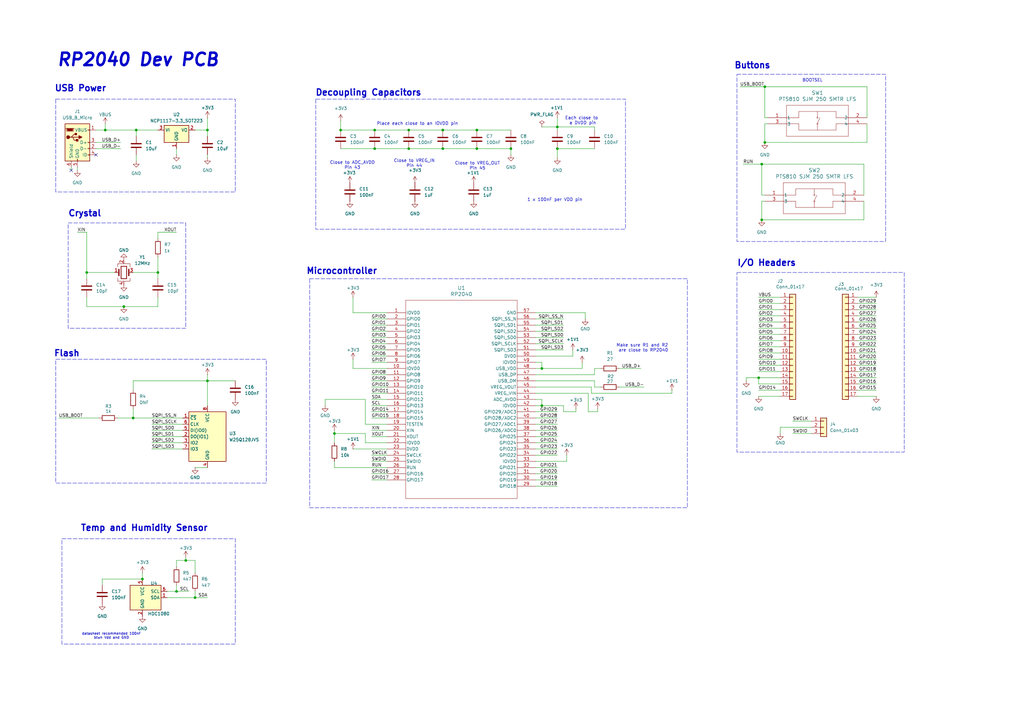
<source format=kicad_sch>
(kicad_sch (version 20231120) (generator "eeschema") (generator_version "8.0")
  (paper "A3")
  (title_block (title "RP2040_PCB_Design") (date "05/21/24"))
  (lib_symbols
    (symbol "Connector:USB_B_Micro" (pin_names (offset 1.016))
      (property "Reference" "J" (at -5.08 11.43 0))
      (property "Value" "USB_B_Micro" (at -5.08 8.89 0))
      (symbol "USB_B_Micro_1_1"
        (pin power_out line (at 7.62 5.08 180) (length 2.54) (name "VBUS") (number "1"))
        (pin bidirectional line (at 7.62 -2.54 180) (length 2.54) (name "D-") (number "2"))
        (pin bidirectional line (at 7.62 0 180) (length 2.54) (name "D+") (number "3"))
        (pin passive line (at 7.62 -5.08 180) (length 2.54) (name "ID") (number "4"))
        (pin power_out line (at 0 -10.16 90) (length 2.54) (name "GND") (number "5"))
        (pin passive line (at -2.54 -10.16 90) (length 2.54) (name "Shield") (number "6"))
      )
    )
    (symbol "Connector_Generic:Conn_01x03" (pin_names (offset 1.016) hide)
      (property "Reference" "J" (at 0 5.08 0))
      (property "Value" "Conn_01x03" (at 0 -5.08 0))
      (symbol "Conn_01x03_1_1"
        (pin passive line (at -5.08 2.54 0) (length 3.81) (name "Pin_1") (number "1"))
        (pin passive line (at -5.08 0 0) (length 3.81) (name "Pin_2") (number "2"))
        (pin passive line (at -5.08 -2.54 0) (length 3.81) (name "Pin_3") (number "3"))
      )
    )
    (symbol "Connector_Generic:Conn_01x17" (pin_names (offset 1.016) hide)
      (property "Reference" "J" (at 0 22.86 0))
      (property "Value" "Conn_01x17" (at 0 -22.86 0))
      (symbol "Conn_01x17_1_1"
        (pin passive line (at -5.08 20.32 0) (length 3.81) (name "Pin_1") (number "1"))
        (pin passive line (at -5.08 -2.54 0) (length 3.81) (name "Pin_10") (number "10"))
        (pin passive line (at -5.08 -5.08 0) (length 3.81) (name "Pin_11") (number "11"))
        (pin passive line (at -5.08 -7.62 0) (length 3.81) (name "Pin_12") (number "12"))
        (pin passive line (at -5.08 -10.16 0) (length 3.81) (name "Pin_13") (number "13"))
        (pin passive line (at -5.08 -12.7 0) (length 3.81) (name "Pin_14") (number "14"))
        (pin passive line (at -5.08 -15.24 0) (length 3.81) (name "Pin_15") (number "15"))
        (pin passive line (at -5.08 -17.78 0) (length 3.81) (name "Pin_16") (number "16"))
        (pin passive line (at -5.08 -20.32 0) (length 3.81) (name "Pin_17") (number "17"))
        (pin passive line (at -5.08 17.78 0) (length 3.81) (name "Pin_2") (number "2"))
        (pin passive line (at -5.08 15.24 0) (length 3.81) (name "Pin_3") (number "3"))
        (pin passive line (at -5.08 12.7 0) (length 3.81) (name "Pin_4") (number "4"))
        (pin passive line (at -5.08 10.16 0) (length 3.81) (name "Pin_5") (number "5"))
        (pin passive line (at -5.08 7.62 0) (length 3.81) (name "Pin_6") (number "6"))
        (pin passive line (at -5.08 5.08 0) (length 3.81) (name "Pin_7") (number "7"))
        (pin passive line (at -5.08 2.54 0) (length 3.81) (name "Pin_8") (number "8"))
        (pin passive line (at -5.08 0 0) (length 3.81) (name "Pin_9") (number "9"))
      )
    )
    (symbol "Device:C" (pin_numbers hide) (pin_names (offset 0.254))
      (property "Reference" "C" (at 0.635 2.54 0))
      (property "Value" "C" (at 0.635 -2.54 0))
      (symbol "C_1_1"
        (pin passive line (at 0 3.81 270) (length 2.794) (name "~") (number "1"))
        (pin passive line (at 0 -3.81 90) (length 2.794) (name "~") (number "2"))
      )
    )
    (symbol "Device:Crystal_GND24" (pin_names (offset 1.016) hide)
      (property "Reference" "Y" (at 3.175 5.08 0))
      (property "Value" "Crystal_GND24" (at 3.175 3.175 0))
      (symbol "Crystal_GND24_1_1"
        (pin passive line (at -3.81 0 0) (length 1.27) (name "1") (number "1"))
        (pin passive line (at 0 5.08 270) (length 1.27) (name "2") (number "2"))
        (pin passive line (at 3.81 0 180) (length 1.27) (name "3") (number "3"))
        (pin passive line (at 0 -5.08 90) (length 1.27) (name "4") (number "4"))
      )
    )
    (symbol "Device:R" (pin_numbers hide) (pin_names (offset 0))
      (property "Reference" "R" (at 2.032 0 90))
      (property "Value" "R" (at 0 0 90))
      (symbol "R_1_1"
        (pin passive line (at 0 3.81 270) (length 1.27) (name "~") (number "1"))
        (pin passive line (at 0 -3.81 90) (length 1.27) (name "~") (number "2"))
      )
    )
    (symbol "Memory_Flash:W25Q128JVS"
      (property "Reference" "U" (at -8.89 8.89 0))
      (property "Value" "W25Q128JVS" (at 7.62 8.89 0))
      (symbol "W25Q128JVS_1_1"
        (pin input line (at -10.16 7.62 0) (length 2.54) (name "~{CS}") (number "1"))
        (pin bidirectional line (at -10.16 0 0) (length 2.54) (name "DO(IO1)") (number "2"))
        (pin bidirectional line (at -10.16 -2.54 0) (length 2.54) (name "IO2") (number "3"))
        (pin power_in line (at 0 -12.7 90) (length 2.54) (name "GND") (number "4"))
        (pin bidirectional line (at -10.16 2.54 0) (length 2.54) (name "DI(IO0)") (number "5"))
        (pin input line (at -10.16 5.08 0) (length 2.54) (name "CLK") (number "6"))
        (pin bidirectional line (at -10.16 -5.08 0) (length 2.54) (name "IO3") (number "7"))
        (pin power_in line (at 0 12.7 270) (length 2.54) (name "VCC") (number "8"))
      )
    )
    (symbol "PTS810_SJM_250_SMTR_LFS_unspecified_inputs:PTS810_SJM_250_SMTR_LFS" (pin_names (offset 0.254))
      (property "Reference" "SW?" (at 20.32 10.16 0))
      (property "Value" "PTS810 SJM 250 SMTR LFS" (at 20.32 7.62 0))
      (symbol "PTS810_SJM_250_SMTR_LFS_0_1"
        (pin passive line (at 0 0 0) (length 7.62) (name "1") (number "1"))
        (pin passive line (at 40.64 0 180) (length 7.62) (name "2") (number "2"))
        (pin passive line (at 0 -2.54 0) (length 7.62) (name "3") (number "3"))
        (pin passive line (at 40.64 -2.54 180) (length 7.62) (name "4") (number "4"))
      )
    )
    (symbol "Regulator_Linear:NCP1117-3.3_SOT223"
      (property "Reference" "U" (at -3.81 3.175 0))
      (property "Value" "NCP1117-3.3_SOT223" (at 0 3.175 0))
      (symbol "NCP1117-3.3_SOT223_1_1"
        (pin power_in line (at 0 -7.62 90) (length 2.54) (name "GND") (number "1"))
        (pin power_out line (at 7.62 0 180) (length 2.54) (name "VO") (number "2"))
        (pin power_in line (at -7.62 0 0) (length 2.54) (name "VI") (number "3"))
      )
    )
    (symbol "Sensor_Humidity:HDC1080"
      (property "Reference" "U" (at -6.35 6.35 0))
      (property "Value" "HDC1080" (at 3.81 6.35 0))
      (symbol "HDC1080_1_1"
        (pin bidirectional line (at 7.62 0 180) (length 2.54) (name "SDA") (number "1"))
        (pin power_in line (at -2.54 -7.62 90) (length 2.54) (name "GND") (number "2"))
        (pin no_connect line (at -7.62 0 0) (length 2.54) hide (name "NC") (number "3"))
        (pin no_connect line (at -7.62 -2.54 0) (length 2.54) hide (name "NC") (number "4"))
        (pin power_in line (at -2.54 7.62 270) (length 2.54) (name "VCC") (number "5"))
        (pin input line (at 7.62 2.54 180) (length 2.54) (name "SCL") (number "6"))
        (pin no_connect line (at -7.62 2.54 0) (length 2.54) hide (name "DAP") (number "7"))
      )
    )
    (symbol "power:+1V1" (power) (pin_numbers hide) (pin_names (offset 0) hide)
      (property "Value" "+1V1" (at 0 3.556 0))
      (symbol "+1V1_1_1"
        (pin power_in line (at 0 0 90) (length 0) (name "~") (number "1"))
      )
    )
    (symbol "power:+3V3" (power) (pin_numbers hide) (pin_names (offset 0) hide)
      (property "Value" "+3V3" (at 0 3.556 0))
      (symbol "+3V3_1_1"
        (pin power_in line (at 0 0 90) (length 0) (name "~") (number "1"))
      )
    )
    (symbol "power:GND" (power) (pin_numbers hide) (pin_names (offset 0) hide)
      (property "Value" "GND" (at 0 -3.81 0))
      (symbol "GND_1_1"
        (pin power_in line (at 0 0 270) (length 0) (name "~") (number "1"))
      )
    )
    (symbol "power:PWR_FLAG" (power) (pin_numbers hide) (pin_names (offset 0) hide)
      (property "Value" "PWR_FLAG" (at 0 3.81 0))
      (symbol "PWR_FLAG_0_0"
        (pin power_out line (at 0 0 90) (length 0) (name "~") (number "1"))
      )
    )
    (symbol "power:VBUS" (power) (pin_numbers hide) (pin_names (offset 0) hide)
      (property "Value" "VBUS" (at 0 3.556 0))
      (symbol "VBUS_1_1"
        (pin power_in line (at 0 0 90) (length 0) (name "~") (number "1"))
      )
    )
    (symbol "rp2040:SC091413" (pin_names (offset 0.254))
      (property "Reference" "U1" (at 30.48 10.16 0))
      (property "Value" "RP2040" (at 30.48 7.62 0))
      (symbol "SC091413_0_1"
        (pin power_in line (at 0 0 0) (length 7.62) (name "IOVDD") (number "1"))
        (pin passive line (at 0 -22.86 0) (length 7.62) (name "IOVDD") (number "10"))
        (pin bidirectional line (at 0 -25.4 0) (length 7.62) (name "GPIO8") (number "11"))
        (pin bidirectional line (at 0 -27.94 0) (length 7.62) (name "GPIO9") (number "12"))
        (pin bidirectional line (at 0 -30.48 0) (length 7.62) (name "GPIO10") (number "13"))
        (pin bidirectional line (at 0 -33.02 0) (length 7.62) (name "GPIO11") (number "14"))
        (pin bidirectional line (at 0 -35.56 0) (length 7.62) (name "GPIO12") (number "15"))
        (pin bidirectional line (at 0 -38.1 0) (length 7.62) (name "GPIO13") (number "16"))
        (pin bidirectional line (at 0 -40.64 0) (length 7.62) (name "GPIO14") (number "17"))
        (pin bidirectional line (at 0 -43.18 0) (length 7.62) (name "GPIO15") (number "18"))
        (pin input line (at 0 -45.72 0) (length 7.62) (name "TESTEN") (number "19"))
        (pin bidirectional line (at 0 -2.54 0) (length 7.62) (name "GPIO0") (number "2"))
        (pin input line (at 0 -48.26 0) (length 7.62) (name "XIN") (number "20"))
        (pin passive line (at 0 -50.8 0) (length 7.62) (name "XOUT") (number "21"))
        (pin passive line (at 0 -53.34 0) (length 7.62) (name "IOVDD") (number "22"))
        (pin power_in line (at 0 -55.88 0) (length 7.62) (name "DVDD") (number "23"))
        (pin input line (at 0 -58.42 0) (length 7.62) (name "SWCLK") (number "24"))
        (pin bidirectional line (at 0 -60.96 0) (length 7.62) (name "SWDIO") (number "25"))
        (pin input line (at 0 -63.5 0) (length 7.62) (name "RUN") (number "26"))
        (pin bidirectional line (at 0 -66.04 0) (length 7.62) (name "GPIO16") (number "27"))
        (pin bidirectional line (at 0 -68.58 0) (length 7.62) (name "GPIO17") (number "28"))
        (pin bidirectional line (at 60.96 -71.12 180) (length 7.62) (name "GPIO18") (number "29"))
        (pin bidirectional line (at 0 -5.08 0) (length 7.62) (name "GPIO1") (number "3"))
        (pin bidirectional line (at 60.96 -68.58 180) (length 7.62) (name "GPIO19") (number "30"))
        (pin bidirectional line (at 60.96 -66.04 180) (length 7.62) (name "GPIO20") (number "31"))
        (pin bidirectional line (at 60.96 -63.5 180) (length 7.62) (name "GPIO21") (number "32"))
        (pin passive line (at 60.96 -60.96 180) (length 7.62) (name "IOVDD") (number "33"))
        (pin bidirectional line (at 60.96 -58.42 180) (length 7.62) (name "GPIO22") (number "34"))
        (pin bidirectional line (at 60.96 -55.88 180) (length 7.62) (name "GPIO23") (number "35"))
        (pin bidirectional line (at 60.96 -53.34 180) (length 7.62) (name "GPIO24") (number "36"))
        (pin bidirectional line (at 60.96 -50.8 180) (length 7.62) (name "GPIO25") (number "37"))
        (pin bidirectional line (at 60.96 -48.26 180) (length 7.62) (name "GPIO26/ADC0") (number "38"))
        (pin bidirectional line (at 60.96 -45.72 180) (length 7.62) (name "GPIO27/ADC1") (number "39"))
        (pin bidirectional line (at 0 -7.62 0) (length 7.62) (name "GPIO2") (number "4"))
        (pin bidirectional line (at 60.96 -43.18 180) (length 7.62) (name "GPIO28/ADC2") (number "40"))
        (pin bidirectional line (at 60.96 -40.64 180) (length 7.62) (name "GPIO29/ADC3") (number "41"))
        (pin passive line (at 60.96 -38.1 180) (length 7.62) (name "IOVDD") (number "42"))
        (pin power_in line (at 60.96 -35.56 180) (length 7.62) (name "ADC_AVDD") (number "43"))
        (pin power_in line (at 60.96 -33.02 180) (length 7.62) (name "VREG_VIN") (number "44"))
        (pin power_in line (at 60.96 -30.48 180) (length 7.62) (name "VREG_VOUT") (number "45"))
        (pin bidirectional line (at 60.96 -27.94 180) (length 7.62) (name "USB_DM") (number "46"))
        (pin bidirectional line (at 60.96 -25.4 180) (length 7.62) (name "USB_DP") (number "47"))
        (pin power_in line (at 60.96 -22.86 180) (length 7.62) (name "USB_VDD") (number "48"))
        (pin passive line (at 60.96 -20.32 180) (length 7.62) (name "IOVDD") (number "49"))
        (pin bidirectional line (at 0 -10.16 0) (length 7.62) (name "GPIO3") (number "5"))
        (pin passive line (at 60.96 -17.78 180) (length 7.62) (name "DVDD") (number "50"))
        (pin bidirectional line (at 60.96 -15.24 180) (length 7.62) (name "SQPI_SD3") (number "51"))
        (pin output line (at 60.96 -12.7 180) (length 7.62) (name "SQPI_SCLK") (number "52"))
        (pin bidirectional line (at 60.96 -10.16 180) (length 7.62) (name "SQPI_SD0") (number "53"))
        (pin bidirectional line (at 60.96 -7.62 180) (length 7.62) (name "SQPI_SD2") (number "54"))
        (pin bidirectional line (at 60.96 -5.08 180) (length 7.62) (name "SQPI_SD1") (number "55"))
        (pin bidirectional line (at 60.96 -2.54 180) (length 7.62) (name "SQPI_SS_N") (number "56"))
        (pin power_in line (at 60.96 0 180) (length 7.62) (name "GND") (number "57"))
        (pin bidirectional line (at 0 -12.7 0) (length 7.62) (name "GPIO4") (number "6"))
        (pin bidirectional line (at 0 -15.24 0) (length 7.62) (name "GPIO5") (number "7"))
        (pin bidirectional line (at 0 -17.78 0) (length 7.62) (name "GPIO6") (number "8"))
        (pin bidirectional line (at 0 -20.32 0) (length 7.62) (name "GPIO7") (number "9"))
      )
    )
  )
  (junction (at 72.39 242.57))
  (junction (at 153.67 53.34))
  (junction (at 35.56 111.76))
  (junction (at 54.61 171.45))
  (junction (at 181.61 60.96))
  (junction (at 311.15 154.94))
  (junction (at 312.42 90.17))
  (junction (at 313.69 58.42))
  (junction (at 209.55 60.96))
  (junction (at 195.58 60.96))
  (junction (at 222.25 151.13))
  (junction (at 167.64 53.34))
  (junction (at 64.77 111.76))
  (junction (at 55.88 53.34))
  (junction (at 58.42 237.49))
  (junction (at 195.58 53.34))
  (junction (at 167.64 60.96))
  (junction (at 137.16 177.8))
  (junction (at 80.01 245.11))
  (junction (at 228.6 60.96))
  (junction (at 222.25 166.37))
  (junction (at 313.69 35.56))
  (junction (at 43.18 53.34))
  (junction (at 85.09 156.21))
  (junction (at 153.67 60.96))
  (junction (at 312.42 67.31))
  (junction (at 181.61 53.34))
  (junction (at 139.7 53.34))
  (junction (at 85.09 53.34))
  (junction (at 76.2 229.87))
  (junction (at 50.8 125.73))
  (junction (at 228.6 52.07))
  (no_connect (at 39.37 63.5))
  (no_connect (at 29.21 69.85))
  (wire (pts (xy 64.77 105.41) (xy 64.77 111.76)))
  (wire (pts (xy 72.39 60.96) (xy 72.39 63.5)))
  (wire (pts (xy 152.4 194.31) (xy 158.75 194.31)))
  (wire (pts (xy 219.71 138.43) (xy 231.14 138.43)))
  (wire (pts (xy 76.2 228.6) (xy 76.2 229.87)))
  (wire (pts (xy 240.03 128.27) (xy 240.03 130.81)))
  (wire (pts (xy 219.71 146.05) (xy 234.95 146.05)))
  (wire (pts (xy 325.12 177.8) (xy 332.74 177.8)))
  (wire (pts (xy 351.79 162.56) (xy 359.41 162.56)))
  (wire (pts (xy 219.71 189.23) (xy 232.41 189.23)))
  (wire (pts (xy 85.09 156.21) (xy 85.09 166.37)))
  (wire (pts (xy 311.15 162.56) (xy 320.04 162.56)))
  (wire (pts (xy 144.78 184.15) (xy 158.75 184.15)))
  (wire (pts (xy 313.69 50.8) (xy 313.69 58.42)))
  (wire (pts (xy 137.16 176.53) (xy 137.16 177.8)))
  (wire (pts (xy 149.86 173.99) (xy 158.75 173.99)))
  (wire (pts (xy 76.2 229.87) (xy 72.39 229.87)))
  (wire (pts (xy 325.12 172.72) (xy 332.74 172.72)))
  (wire (pts (xy 354.33 67.31) (xy 312.42 67.31)))
  (wire (pts (xy 152.4 133.35) (xy 158.75 133.35)))
  (wire (pts (xy 54.61 167.64) (xy 54.61 171.45)))
  (wire (pts (xy 72.39 229.87) (xy 72.39 232.41)))
  (wire (pts (xy 219.71 171.45) (xy 228.6 171.45)))
  (wire (pts (xy 68.58 245.11) (xy 80.01 245.11)))
  (wire (pts (xy 355.6 48.26) (xy 355.6 35.56)))
  (wire (pts (xy 50.8 125.73) (xy 64.77 125.73)))
  (wire (pts (xy 48.26 171.45) (xy 54.61 171.45)))
  (wire (pts (xy 306.07 154.94) (xy 311.15 154.94)))
  (wire (pts (xy 85.09 64.77) (xy 85.09 63.5)))
  (wire (pts (xy 219.71 191.77) (xy 228.6 191.77)))
  (wire (pts (xy 54.61 156.21) (xy 54.61 160.02)))
  (wire (pts (xy 243.84 151.13) (xy 246.38 151.13)))
  (wire (pts (xy 351.79 154.94) (xy 359.41 154.94)))
  (wire (pts (xy 242.57 158.75) (xy 242.57 161.29)))
  (wire (pts (xy 351.79 139.7) (xy 359.41 139.7)))
  (wire (pts (xy 133.35 166.37) (xy 133.35 163.83)))
  (wire (pts (xy 219.71 181.61) (xy 228.6 181.61)))
  (wire (pts (xy 314.96 50.8) (xy 313.69 50.8)))
  (wire (pts (xy 311.15 134.62) (xy 320.04 134.62)))
  (wire (pts (xy 304.8 67.31) (xy 312.42 67.31)))
  (wire (pts (xy 31.75 69.85) (xy 31.75 68.58)))
  (wire (pts (xy 167.64 53.34) (xy 181.61 53.34)))
  (wire (pts (xy 313.69 48.26) (xy 314.96 48.26)))
  (wire (pts (xy 245.11 168.91) (xy 245.11 167.64)))
  (wire (pts (xy 231.14 166.37) (xy 231.14 168.91)))
  (wire (pts (xy 311.15 139.7) (xy 320.04 139.7)))
  (wire (pts (xy 332.74 175.26) (xy 320.04 175.26)))
  (wire (pts (xy 35.56 114.3) (xy 35.56 111.76)))
  (wire (pts (xy 254 151.13) (xy 262.89 151.13)))
  (wire (pts (xy 355.6 35.56) (xy 313.69 35.56)))
  (wire (pts (xy 243.84 158.75) (xy 243.84 156.21)))
  (wire (pts (xy 219.71 168.91) (xy 228.6 168.91)))
  (wire (pts (xy 62.23 173.99) (xy 74.93 173.99)))
  (wire (pts (xy 351.79 134.62) (xy 359.41 134.62)))
  (wire (pts (xy 351.79 129.54) (xy 359.41 129.54)))
  (wire (pts (xy 228.6 64.77) (xy 228.6 60.96)))
  (wire (pts (xy 219.71 194.31) (xy 228.6 194.31)))
  (wire (pts (xy 351.79 132.08) (xy 359.41 132.08)))
  (wire (pts (xy 35.56 111.76) (xy 35.56 95.25)))
  (wire (pts (xy 219.71 158.75) (xy 242.57 158.75)))
  (wire (pts (xy 39.37 53.34) (xy 43.18 53.34)))
  (wire (pts (xy 351.79 149.86) (xy 359.41 149.86)))
  (wire (pts (xy 64.77 95.25) (xy 72.39 95.25)))
  (wire (pts (xy 311.15 142.24) (xy 320.04 142.24)))
  (wire (pts (xy 228.6 60.96) (xy 243.84 60.96)))
  (wire (pts (xy 181.61 53.34) (xy 195.58 53.34)))
  (wire (pts (xy 181.61 60.96) (xy 195.58 60.96)))
  (wire (pts (xy 219.71 163.83) (xy 222.25 163.83)))
  (wire (pts (xy 167.64 60.96) (xy 181.61 60.96)))
  (wire (pts (xy 219.71 140.97) (xy 231.14 140.97)))
  (wire (pts (xy 58.42 234.95) (xy 58.42 237.49)))
  (wire (pts (xy 152.4 148.59) (xy 158.75 148.59)))
  (wire (pts (xy 158.75 151.13) (xy 144.78 151.13)))
  (wire (pts (xy 313.69 35.56) (xy 313.69 48.26)))
  (wire (pts (xy 72.39 242.57) (xy 77.47 242.57)))
  (wire (pts (xy 351.79 121.92) (xy 359.41 121.92)))
  (wire (pts (xy 351.79 157.48) (xy 359.41 157.48)))
  (wire (pts (xy 351.79 142.24) (xy 359.41 142.24)))
  (wire (pts (xy 320.04 175.26) (xy 320.04 177.8)))
  (wire (pts (xy 153.67 53.34) (xy 167.64 53.34)))
  (wire (pts (xy 41.91 237.49) (xy 58.42 237.49)))
  (wire (pts (xy 209.55 60.96) (xy 209.55 63.5)))
  (wire (pts (xy 311.15 137.16) (xy 320.04 137.16)))
  (wire (pts (xy 311.15 160.02) (xy 320.04 160.02)))
  (wire (pts (xy 311.15 121.92) (xy 320.04 121.92)))
  (wire (pts (xy 311.15 144.78) (xy 320.04 144.78)))
  (wire (pts (xy 306.07 154.94) (xy 306.07 156.21)))
  (wire (pts (xy 303.53 35.56) (xy 313.69 35.56)))
  (wire (pts (xy 139.7 49.53) (xy 139.7 53.34)))
  (wire (pts (xy 219.71 199.39) (xy 228.6 199.39)))
  (wire (pts (xy 311.15 154.94) (xy 311.15 157.48)))
  (wire (pts (xy 158.75 181.61) (xy 149.86 181.61)))
  (wire (pts (xy 144.78 151.13) (xy 144.78 147.32)))
  (wire (pts (xy 62.23 184.15) (xy 74.93 184.15)))
  (wire (pts (xy 152.4 196.85) (xy 158.75 196.85)))
  (wire (pts (xy 231.14 130.81) (xy 219.71 130.81)))
  (wire (pts (xy 219.71 133.35) (xy 231.14 133.35)))
  (wire (pts (xy 313.69 82.55) (xy 312.42 82.55)))
  (wire (pts (xy 152.4 179.07) (xy 158.75 179.07)))
  (wire (pts (xy 80.01 229.87) (xy 80.01 234.95)))
  (wire (pts (xy 54.61 171.45) (xy 74.93 171.45)))
  (wire (pts (xy 43.18 53.34) (xy 43.18 50.8)))
  (wire (pts (xy 152.4 189.23) (xy 158.75 189.23)))
  (wire (pts (xy 41.91 240.03) (xy 41.91 237.49)))
  (wire (pts (xy 228.6 52.07) (xy 243.84 52.07)))
  (wire (pts (xy 31.75 95.25) (xy 35.56 95.25)))
  (wire (pts (xy 43.18 53.34) (xy 55.88 53.34)))
  (wire (pts (xy 351.79 124.46) (xy 359.41 124.46)))
  (wire (pts (xy 354.33 90.17) (xy 354.33 82.55)))
  (wire (pts (xy 219.71 151.13) (xy 222.25 151.13)))
  (wire (pts (xy 144.78 128.27) (xy 144.78 121.92)))
  (wire (pts (xy 55.88 53.34) (xy 55.88 55.88)))
  (wire (pts (xy 219.71 148.59) (xy 222.25 148.59)))
  (wire (pts (xy 219.71 166.37) (xy 222.25 166.37)))
  (wire (pts (xy 312.42 82.55) (xy 312.42 90.17)))
  (wire (pts (xy 80.01 245.11) (xy 80.01 242.57)))
  (wire (pts (xy 152.4 168.91) (xy 158.75 168.91)))
  (wire (pts (xy 219.71 196.85) (xy 228.6 196.85)))
  (wire (pts (xy 351.79 152.4) (xy 359.41 152.4)))
  (wire (pts (xy 152.4 143.51) (xy 158.75 143.51)))
  (wire (pts (xy 54.61 156.21) (xy 85.09 156.21)))
  (wire (pts (xy 149.86 181.61) (xy 149.86 177.8)))
  (wire (pts (xy 139.7 53.34) (xy 153.67 53.34)))
  (wire (pts (xy 39.37 58.42) (xy 49.53 58.42)))
  (wire (pts (xy 80.01 53.34) (xy 85.09 53.34)))
  (wire (pts (xy 311.15 147.32) (xy 320.04 147.32)))
  (wire (pts (xy 152.4 135.89) (xy 158.75 135.89)))
  (wire (pts (xy 351.79 144.78) (xy 359.41 144.78)))
  (wire (pts (xy 312.42 67.31) (xy 312.42 80.01)))
  (wire (pts (xy 195.58 53.34) (xy 209.55 53.34)))
  (wire (pts (xy 153.67 60.96) (xy 167.64 60.96)))
  (wire (pts (xy 312.42 90.17) (xy 354.33 90.17)))
  (wire (pts (xy 152.4 158.75) (xy 158.75 158.75)))
  (wire (pts (xy 152.4 171.45) (xy 158.75 171.45)))
  (wire (pts (xy 234.95 146.05) (xy 234.95 143.51)))
  (wire (pts (xy 152.4 166.37) (xy 158.75 166.37)))
  (wire (pts (xy 55.88 53.34) (xy 64.77 53.34)))
  (wire (pts (xy 54.61 111.76) (xy 64.77 111.76)))
  (wire (pts (xy 243.84 52.07) (xy 243.84 53.34)))
  (wire (pts (xy 311.15 154.94) (xy 320.04 154.94)))
  (wire (pts (xy 29.21 69.85) (xy 29.21 68.58)))
  (wire (pts (xy 354.33 80.01) (xy 354.33 67.31)))
  (wire (pts (xy 152.4 140.97) (xy 158.75 140.97)))
  (wire (pts (xy 311.15 152.4) (xy 320.04 152.4)))
  (wire (pts (xy 311.15 129.54) (xy 320.04 129.54)))
  (wire (pts (xy 64.77 111.76) (xy 64.77 114.3)))
  (wire (pts (xy 152.4 161.29) (xy 158.75 161.29)))
  (wire (pts (xy 275.59 160.02) (xy 275.59 161.29)))
  (wire (pts (xy 137.16 189.23) (xy 137.16 191.77)))
  (wire (pts (xy 219.71 176.53) (xy 228.6 176.53)))
  (wire (pts (xy 55.88 66.04) (xy 55.88 63.5)))
  (wire (pts (xy 242.57 161.29) (xy 275.59 161.29)))
  (wire (pts (xy 80.01 191.77) (xy 85.09 191.77)))
  (wire (pts (xy 76.2 229.87) (xy 80.01 229.87)))
  (wire (pts (xy 152.4 130.81) (xy 158.75 130.81)))
  (wire (pts (xy 68.58 242.57) (xy 72.39 242.57)))
  (wire (pts (xy 137.16 191.77) (xy 158.75 191.77)))
  (wire (pts (xy 222.25 148.59) (xy 222.25 151.13)))
  (wire (pts (xy 311.15 149.86) (xy 320.04 149.86)))
  (wire (pts (xy 222.25 163.83) (xy 222.25 166.37)))
  (wire (pts (xy 351.79 147.32) (xy 359.41 147.32)))
  (wire (pts (xy 222.25 52.07) (xy 228.6 52.07)))
  (wire (pts (xy 228.6 52.07) (xy 228.6 53.34)))
  (wire (pts (xy 64.77 95.25) (xy 64.77 97.79)))
  (wire (pts (xy 149.86 163.83) (xy 149.86 173.99)))
  (wire (pts (xy 219.71 161.29) (xy 241.3 161.29)))
  (wire (pts (xy 232.41 189.23) (xy 232.41 186.69)))
  (wire (pts (xy 62.23 176.53) (xy 74.93 176.53)))
  (wire (pts (xy 152.4 153.67) (xy 158.75 153.67)))
  (wire (pts (xy 351.79 137.16) (xy 359.41 137.16)))
  (wire (pts (xy 219.71 184.15) (xy 228.6 184.15)))
  (wire (pts (xy 35.56 121.92) (xy 35.56 125.73)))
  (wire (pts (xy 137.16 177.8) (xy 149.86 177.8)))
  (wire (pts (xy 133.35 163.83) (xy 149.86 163.83)))
  (wire (pts (xy 85.09 53.34) (xy 85.09 55.88)))
  (wire (pts (xy 62.23 179.07) (xy 74.93 179.07)))
  (wire (pts (xy 313.69 58.42) (xy 355.6 58.42)))
  (wire (pts (xy 243.84 156.21) (xy 219.71 156.21)))
  (wire (pts (xy 243.84 153.67) (xy 219.71 153.67)))
  (wire (pts (xy 219.71 186.69) (xy 228.6 186.69)))
  (wire (pts (xy 219.71 179.07) (xy 228.6 179.07)))
  (wire (pts (xy 222.25 151.13) (xy 238.76 151.13)))
  (wire (pts (xy 24.13 171.45) (xy 40.64 171.45)))
  (wire (pts (xy 243.84 151.13) (xy 243.84 153.67)))
  (wire (pts (xy 137.16 177.8) (xy 137.16 181.61)))
  (wire (pts (xy 231.14 168.91) (xy 236.22 168.91)))
  (wire (pts (xy 351.79 160.02) (xy 359.41 160.02)))
  (wire (pts (xy 219.71 173.99) (xy 228.6 173.99)))
  (wire (pts (xy 35.56 111.76) (xy 46.99 111.76)))
  (wire (pts (xy 62.23 181.61) (xy 74.93 181.61)))
  (wire (pts (xy 152.4 163.83) (xy 158.75 163.83)))
  (wire (pts (xy 228.6 48.26) (xy 228.6 52.07)))
  (wire (pts (xy 355.6 58.42) (xy 355.6 50.8)))
  (wire (pts (xy 39.37 60.96) (xy 49.53 60.96)))
  (wire (pts (xy 243.84 158.75) (xy 246.38 158.75)))
  (wire (pts (xy 85.09 53.34) (xy 85.09 48.26)))
  (wire (pts (xy 35.56 125.73) (xy 50.8 125.73)))
  (wire (pts (xy 241.3 168.91) (xy 245.11 168.91)))
  (wire (pts (xy 219.71 143.51) (xy 231.14 143.51)))
  (wire (pts (xy 152.4 176.53) (xy 158.75 176.53)))
  (wire (pts (xy 236.22 168.91) (xy 236.22 167.64)))
  (wire (pts (xy 152.4 146.05) (xy 158.75 146.05)))
  (wire (pts (xy 219.71 135.89) (xy 231.14 135.89)))
  (wire (pts (xy 311.15 127) (xy 320.04 127)))
  (wire (pts (xy 152.4 186.69) (xy 158.75 186.69)))
  (wire (pts (xy 351.79 127) (xy 359.41 127)))
  (wire (pts (xy 241.3 161.29) (xy 241.3 168.91)))
  (wire (pts (xy 64.77 125.73) (xy 64.77 121.92)))
  (wire (pts (xy 152.4 156.21) (xy 158.75 156.21)))
  (wire (pts (xy 222.25 166.37) (xy 231.14 166.37)))
  (wire (pts (xy 152.4 138.43) (xy 158.75 138.43)))
  (wire (pts (xy 85.09 156.21) (xy 85.09 153.67)))
  (wire (pts (xy 139.7 60.96) (xy 153.67 60.96)))
  (wire (pts (xy 311.15 124.46) (xy 320.04 124.46)))
  (wire (pts (xy 312.42 80.01) (xy 313.69 80.01)))
  (wire (pts (xy 254 158.75) (xy 264.16 158.75)))
  (wire (pts (xy 85.09 156.21) (xy 96.52 156.21)))
  (wire (pts (xy 238.76 151.13) (xy 238.76 148.59)))
  (wire (pts (xy 80.01 245.11) (xy 85.09 245.11)))
  (wire (pts (xy 311.15 157.48) (xy 320.04 157.48)))
  (wire (pts (xy 72.39 240.03) (xy 72.39 242.57)))
  (wire (pts (xy 209.55 60.96) (xy 195.58 60.96)))
  (wire (pts (xy 311.15 132.08) (xy 320.04 132.08)))
  (wire (pts (xy 219.71 128.27) (xy 240.03 128.27)))
  (wire (pts (xy 158.75 128.27) (xy 144.78 128.27)))
  (rectangle (start 127 114.3) (end 281.94 208.28) (stroke (width 0) (type dash)))
  (rectangle (start 22.86 40.64) (end 96.52 78.74) (stroke (width 0) (type dash)))
  (rectangle (start 27.94 91.44) (end 76.2 134.62) (stroke (width 0) (type dash)))
  (rectangle (start 302.26 30.48) (end 363.22 99.06) (stroke (width 0) (type dash)))
  (rectangle (start 25.4 220.98) (end 96.52 264.16) (stroke (width 0) (type dash)))
  (rectangle (start 22.86 147.32) (end 109.22 198.12) (stroke (width 0) (type dash)))
  (rectangle (start 96.52 76.2) (end 96.52 76.2))
  (rectangle (start 302.26 111.76) (end 370.84 185.42) (stroke (width 0) (type dash)))
  (rectangle (start 129.54 40.64) (end 256.54 93.98) (stroke (width 0) (type dash)))
  (text "1 x 100nF per VDD pin" (at 227.584 82.042 0) (effects (font (size 1.27 1.27))))
  (text "Microcontroller" (at 140.208 111.252 0) (effects (font (size 2.54 2.54) (bold yes))))
  (text "Flash" (at 27.432 145.034 0) (effects (font (size 2.54 2.54) (thickness 0.508) (bold yes))))
  (text "Make sure R1 and R2\n are close to RP2040" (at 263.398 142.748 0) (effects (font (size 1.27 1.27))))
  (text "Crystal" (at 34.798 87.63 0) (effects (font (size 2.54 2.54) (thickness 0.508) (bold yes))))
  (text "Close to VREG_OUT\nPin 45\n" (at 195.834 68.072 0) (effects (font (size 1.27 1.27))))
  (text "I/O Headers" (at 314.452 107.95 0) (effects (font (size 2.54 2.54) (thickness 0.508) (bold yes))))
  (text "Decoupling Capacitors" (at 151.13 38.1 0) (effects (font (size 2.54 2.54) (thickness 0.508) (bold yes))))
  (text "Close to ADC_AVDD\nPin 43\n" (at 144.526 67.818 0) (effects (font (size 1.27 1.27))))
  (text "BOOTSEL" (at 333.248 33.02 0) (effects (font (size 1.27 1.27))))
  (text "Place each close to an IOVDD pin" (at 171.196 50.8 0) (effects (font (size 1.27 1.27))))
  (text "Close to VREG_IN\nPin 44\n" (at 169.926 67.056 0) (effects (font (size 1.27 1.27))))
  (text "RP2040 Dev PCB" (at 56.642 24.638 0) (effects (font (size 5.08 5.08) (bold yes) (italic yes))))
  (text "Each close to \na DVDD pin" (at 239.014 49.53 0) (effects (font (size 1.27 1.27))))
  (text "Buttons\n" (at 308.61 26.924 0) (effects (font (size 2.54 2.54) (thickness 0.508) (bold yes))))
  (text "datasheet recommended 100nF\nbtwn Vdd and GND" (at 45.72 260.858 0) (effects (font (size 1.016 1.016))))
  (text "Temp and Humidity Sensor" (at 59.182 216.662 0) (effects (font (size 2.54 2.54) (thickness 0.508) (bold yes))))
  (text "USB Power" (at 33.02 36.322 0) (effects (font (size 2.54 2.54) (thickness 0.508) (bold yes))))
  (label "GPIO1" (at 152.4 133.35 0))
  (label "GPIO8" (at 152.4 153.67 0))
  (label "GPIO29" (at 359.41 124.46 180))
  (label "SQPI_SD0" (at 231.14 138.43 180))
  (label "GPIO15" (at 359.41 160.02 180))
  (label "SQPI_SCLK" (at 62.23 173.99 0))
  (label "GPIO26" (at 359.41 132.08 180))
  (label "USB_BOOT" (at 303.53 35.56 0))
  (label "GPIO27" (at 359.41 129.54 180))
  (label "RUN" (at 152.4 191.77 0))
  (label "GPIO8" (at 311.15 144.78 0))
  (label "GPIO19" (at 228.6 196.85 180))
  (label "GPIO10" (at 311.15 149.86 0))
  (label "XOUT" (at 72.39 95.25 180))
  (label "GPIO7" (at 152.4 148.59 0))
  (label "USB_D-" (at 49.53 60.96 180))
  (label "GPIO14" (at 311.15 160.02 0))
  (label "GPIO1" (at 311.15 127 0))
  (label "SQPI_SS_N" (at 62.23 171.45 0))
  (label "SWDIO" (at 152.4 189.23 0))
  (label "GPIO17" (at 152.4 196.85 0))
  (label "GPIO21" (at 228.6 191.77 180))
  (label "SWCLK" (at 152.4 186.69 0))
  (label "GPIO10" (at 152.4 158.75 0))
  (label "GPIO11" (at 152.4 161.29 0))
  (label "GPIO9" (at 152.4 156.21 0))
  (label "XOUT" (at 152.4 179.07 0))
  (label "GPIO2" (at 311.15 129.54 0))
  (label "GPIO0" (at 152.4 130.81 0))
  (label "SDA" (at 152.4 163.83 0))
  (label "GPIO29" (at 228.6 168.91 180))
  (label "RUN" (at 304.8 67.31 0))
  (label "GPIO14" (at 152.4 168.91 0))
  (label "VBUS" (at 311.15 121.92 0))
  (label "GPIO7" (at 311.15 142.24 0))
  (label "SDA" (at 85.09 245.11 180))
  (label "GPIO2" (at 152.4 135.89 0))
  (label "XIN" (at 31.75 95.25 0))
  (label "GPIO25" (at 359.41 134.62 180))
  (label "GPIO3" (at 311.15 132.08 0))
  (label "XIN" (at 152.4 176.53 0))
  (label "GPIO11" (at 311.15 152.4 0))
  (label "GPIO15" (at 152.4 171.45 0))
  (label "SQPI_SD1" (at 231.14 133.35 180))
  (label "SQPI_SS_N" (at 231.14 130.81 180))
  (label "GPIO4" (at 311.15 134.62 0))
  (label "USB_D+" (at 49.53 58.42 180))
  (label "SQPI_SD2" (at 62.23 181.61 0))
  (label "SQPI_SD0" (at 62.23 176.53 0))
  (label "GPIO9" (at 311.15 147.32 0))
  (label "GPIO6" (at 311.15 139.7 0))
  (label "GPIO19" (at 359.41 149.86 180))
  (label "GPIO24" (at 359.41 137.16 180))
  (label "GPIO5" (at 152.4 143.51 0))
  (label "SQPI_SD1" (at 62.23 179.07 0))
  (label "GPIO27" (at 228.6 173.99 180))
  (label "GPIO22" (at 228.6 186.69 180))
  (label "SQPI_SCLK" (at 231.14 140.97 180))
  (label "GPIO18" (at 228.6 199.39 180))
  (label "GPIO22" (at 359.41 142.24 180))
  (label "GPIO0" (at 311.15 124.46 0))
  (label "GPIO23" (at 228.6 184.15 180))
  (label "USB_BOOT" (at 24.13 171.45 0))
  (label "GPIO21" (at 359.41 144.78 180))
  (label "SQPI_SD2" (at 231.14 135.89 180))
  (label "GPIO18" (at 359.41 152.4 180))
  (label "GPIO17" (at 359.41 154.94 180))
  (label "GPIO28" (at 228.6 171.45 180))
  (label "GPIO28" (at 359.41 127 180))
  (label "SWDIO" (at 325.12 177.8 0))
  (label "SQPI_SD3" (at 62.23 184.15 0))
  (label "GPIO5" (at 311.15 137.16 0))
  (label "GPIO20" (at 359.41 147.32 180))
  (label "SCL" (at 77.47 242.57 180))
  (label "GPIO16" (at 359.41 157.48 180))
  (label "GPIO16" (at 152.4 194.31 0))
  (label "USB_D+" (at 262.89 151.13 180))
  (label "GPIO26" (at 228.6 176.53 180))
  (label "GPIO4" (at 152.4 140.97 0))
  (label "SWCLK" (at 325.12 172.72 0))
  (label "GPIO23" (at 359.41 139.7 180))
  (label "GPIO3" (at 152.4 138.43 0))
  (label "GPIO6" (at 152.4 146.05 0))
  (label "GPIO24" (at 228.6 181.61 180))
  (label "GPIO25" (at 228.6 179.07 180))
  (label "SCL" (at 152.4 166.37 0))
  (label "SQPI_SD3" (at 231.14 143.51 180))
  (label "GPIO20" (at 228.6 194.31 180))
  (label "USB_D-" (at 264.16 158.75 180))
  (symbol (lib_id "power:GND") (at 96.52 163.83 0) (unit 1)
    (property "Reference" "#PWR026" (effects (hide yes)))
    (property "Value" "GND" (at 96.52 168.91 0))
    (property "Description" "Power symbol creates a global label with name \"GND\" , ground" (effects (hide yes)))
  )
  (symbol (lib_id "Device:R") (at 44.45 171.45 90) (unit 1)
    (property "Reference" "R3" (at 44.45 166.624 90))
    (property "Value" "1k" (at 44.45 168.656 90))
    (property "Footprint" "Resistor_SMD:R_0402_1005Metric" (effects (hide yes)))
    (property "Description" "Resistor" (effects (hide yes)))
  )
  (symbol (lib_id "power:GND") (at 31.75 69.85 0) (unit 1)
    (property "Reference" "#PWR029" (effects (hide yes)))
    (property "Value" "GND" (at 31.75 74.93 0))
    (property "Description" "Power symbol creates a global label with name \"GND\" , ground" (effects (hide yes)))
  )
  (symbol (lib_id "power:GND") (at 72.39 63.5 0) (unit 1)
    (property "Reference" "#PWR032" (effects (hide yes)))
    (property "Value" "GND" (at 72.39 68.58 0))
    (property "Description" "Power symbol creates a global label with name \"GND\" , ground" (effects (hide yes)))
  )
  (symbol (lib_id "power:GND") (at 41.91 247.65 0) (unit 1)
    (property "Reference" "#PWR042" (effects (hide yes)))
    (property "Value" "GND" (at 41.91 252.73 0))
    (property "Description" "Power symbol creates a global label with name \"GND\" , ground" (effects (hide yes)))
  )
  (symbol (lib_id "power:GND") (at 143.51 82.55 0) (unit 1)
    (property "Reference" "#PWR022" (effects (hide yes)))
    (property "Value" "GND" (at 143.51 87.63 0))
    (property "Description" "Power symbol creates a global label with name \"GND\" , ground" (effects (hide yes)))
  )
  (symbol (lib_id "Device:C") (at 209.55 57.15 0) (unit 1)
    (property "Reference" "C8" (at 213.36 55.8799 0) (effects (justify left)))
    (property "Value" "100nF" (at 213.36 58.4199 0) (effects (justify left)))
    (property "Footprint" "Capacitor_SMD:C_0402_1005Metric" (effects (hide yes)))
    (property "Description" "Unpolarized capacitor" (effects (hide yes)))
  )
  (symbol (lib_id "power:GND") (at 194.31 82.55 0) (unit 1)
    (property "Reference" "#PWR024" (effects (hide yes)))
    (property "Value" "GND" (at 194.31 87.63 0))
    (property "Description" "Power symbol creates a global label with name \"GND\" , ground" (effects (hide yes)))
  )
  (symbol (lib_id "Device:C") (at 35.56 118.11 0) (unit 1)
    (property "Reference" "C14" (at 39.37 116.8399 0) (effects (justify left)))
    (property "Value" "10pF" (at 39.37 119.3799 0) (effects (justify left)))
    (property "Footprint" "Capacitor_SMD:C_0402_1005Metric" (effects (hide yes)))
    (property "Description" "Unpolarized capacitor" (effects (hide yes)))
  )
  (symbol (lib_id "power:GND") (at 209.55 63.5 0) (unit 1)
    (property "Reference" "#PWR018" (effects (hide yes)))
    (property "Value" "GND" (at 209.55 68.58 0))
    (property "Description" "Power symbol creates a global label with name \"GND\" , ground" (effects (hide yes)))
  )
  (symbol (lib_id "Device:C") (at 153.67 57.15 0) (unit 1)
    (property "Reference" "C4" (at 157.48 55.8799 0) (effects (justify left)))
    (property "Value" "100nF" (at 157.48 58.4199 0) (effects (justify left)))
    (property "Footprint" "Capacitor_SMD:C_0402_1005Metric" (effects (hide yes)))
    (property "Description" "Unpolarized capacitor" (effects (hide yes)))
  )
  (symbol (lib_id "power:GND") (at 306.07 156.21 0) (unit 1)
    (property "Reference" "#PWR043" (effects (hide yes)))
    (property "Value" "GND" (at 306.07 161.29 0))
    (property "Description" "Power symbol creates a global label with name \"GND\" , ground" (effects (hide yes)))
  )
  (symbol (lib_id "power:+1V1") (at 144.78 184.15 0) (unit 1)
    (property "Reference" "#PWR014" (effects (hide yes)))
    (property "Value" "+1V1" (at 144.78 180.086 0))
    (property "Description" "Power symbol creates a global label with name \"+1V1\"" (effects (hide yes)))
  )
  (symbol (lib_id "Connector_Generic:Conn_01x17") (at 325.12 142.24 0) (unit 1)
    (property "Reference" "J2" (at 318.77 115.316 0) (effects (justify left)))
    (property "Value" "Conn_01x17" (at 318.262 117.602 0) (effects (justify left)))
    (property "Footprint" "Connector_PinHeader_2.54mm:PinHeader_1x17_P2.54mm_Vertical" (effects (hide yes)))
    (property "Description" "Generic connector, single row, 01x17, script generated (kicad-library-utils/schlib/autogen/connector/)" (effects (hide yes)))
  )
  (symbol (lib_id "power:GND") (at 50.8 125.73 0) (unit 1)
    (property "Reference" "#PWR010" (effects (hide yes)))
    (property "Value" "GND" (at 50.8 130.81 0))
    (property "Description" "Power symbol creates a global label with name \"GND\" , ground" (effects (hide yes)))
  )
  (symbol (lib_id "power:+3V3") (at 359.41 121.92 0) (unit 1)
    (property "Reference" "#PWR038" (effects (hide yes)))
    (property "Value" "+3V3" (at 359.41 116.84 0))
    (property "Description" "Power symbol creates a global label with name \"+3V3\"" (effects (hide yes)))
  )
  (symbol (lib_id "power:GND") (at 228.6 64.77 0) (unit 1)
    (property "Reference" "#PWR017" (effects (hide yes)))
    (property "Value" "GND" (at 228.6 69.85 0))
    (property "Description" "Power symbol creates a global label with name \"GND\" , ground" (effects (hide yes)))
  )
  (symbol (lib_id "power:GND") (at 240.03 130.81 0) (unit 1)
    (property "Reference" "#PWR013" (effects (hide yes)))
    (property "Value" "GND" (at 240.03 134.874 0))
    (property "Description" "Power symbol creates a global label with name \"GND\" , ground" (effects (hide yes)))
  )
  (symbol (lib_id "rp2040:SC091413") (at 158.75 128.27 0) (unit 1)
    (property "Reference" "U1" (at 189.23 118.11 0) (effects (font (size 1.524 1.524))))
    (property "Value" "RP2040" (at 189.23 120.65 0) (effects (font (size 1.524 1.524))))
    (property "Footprint" "Package_DFN_QFN:QFN-56-1EP_7x7mm_P0.4mm_EP3.2x3.2mm" (effects (hide yes)))
    (property "Datasheet" "SC091413" (effects (hide yes)))
  )
  (symbol (lib_id "Device:Crystal_GND24") (at 50.8 111.76 0) (unit 1)
    (property "Reference" "Y1" (at 58.42 105.4414 0))
    (property "Value" "12MHz" (at 58.42 107.9814 0))
    (property "Footprint" "Crystal:Crystal_SMD_2520-4Pin_2.5x2.0mm" (effects (hide yes)))
    (property "Description" "Four pin crystal, GND on pins 2 and 4" (effects (hide yes)))
  )
  (symbol (lib_id "Sensor_Humidity:HDC1080") (at 60.96 245.11 0) (unit 1)
    (property "Reference" "U4" (at 64.516 239.268 0) (effects (justify right)))
    (property "Value" "HDC1080" (at 69.596 251.714 0) (effects (justify right)))
    (property "Footprint" "Package_SON:Texas_PWSON-N6" (effects (hide yes)))
    (property "Datasheet" "http://www.ti.com/lit/ds/symlink/hdc1080.pdf" (effects (hide yes)))
    (property "Description" "Low Power,High Accuracy Digital Humidity Sensor with Temperature Sensor" (effects (hide yes)))
  )
  (symbol (lib_id "power:GND") (at 50.8 106.68 180) (unit 1)
    (property "Reference" "#PWR044" (effects (hide yes)))
    (property "Value" "GND" (at 50.8 102.616 0))
    (property "Description" "Power symbol creates a global label with name \"GND\" , ground" (effects (hide yes)))
  )
  (symbol (lib_id "power:GND") (at 58.42 252.73 0) (unit 1)
    (property "Reference" "#PWR039" (effects (hide yes)))
    (property "Value" "GND" (at 58.42 257.81 0))
    (property "Description" "Power symbol creates a global label with name \"GND\" , ground" (effects (hide yes)))
  )
  (symbol (lib_id "Device:C") (at 167.64 57.15 0) (unit 1)
    (property "Reference" "C5" (at 171.45 55.8799 0) (effects (justify left)))
    (property "Value" "100nF" (at 171.45 58.4199 0) (effects (justify left)))
    (property "Footprint" "Capacitor_SMD:C_0402_1005Metric" (effects (hide yes)))
    (property "Description" "Unpolarized capacitor" (effects (hide yes)))
  )
  (symbol (lib_id "Device:R") (at 54.61 163.83 180) (unit 1)
    (property "Reference" "R4" (at 57.15 162.5599 0) (effects (justify right)))
    (property "Value" "DNF" (at 57.15 165.0999 0) (effects (justify right)))
    (property "Footprint" "Resistor_SMD:R_0402_1005Metric" (effects (hide yes)))
    (property "Description" "Resistor" (effects (hide yes)))
  )
  (symbol (lib_id "Device:C") (at 194.31 78.74 0) (unit 1)
    (property "Reference" "C13" (at 198.12 77.4699 0) (effects (justify left)))
    (property "Value" "1uF" (at 198.12 80.0099 0) (effects (justify left)))
    (property "Footprint" "Capacitor_SMD:C_0603_1608Metric" (effects (hide yes)))
    (property "Description" "Unpolarized capacitor" (effects (hide yes)))
  )
  (symbol (lib_id "power:GND") (at 359.41 162.56 0) (unit 1)
    (property "Reference" "#PWR037" (effects (hide yes)))
    (property "Value" "GND" (at 359.41 167.64 0))
    (property "Description" "Power symbol creates a global label with name \"GND\" , ground" (effects (hide yes)))
  )
  (symbol (lib_id "power:+1V1") (at 234.95 143.51 0) (unit 1)
    (property "Reference" "#PWR09" (effects (hide yes)))
    (property "Value" "+1V1" (at 234.95 139.192 0))
    (property "Description" "Power symbol creates a global label with name \"+1V1\"" (effects (hide yes)))
  )
  (symbol (lib_id "power:+3V3") (at 76.2 228.6 0) (unit 1)
    (property "Reference" "#PWR040" (effects (hide yes)))
    (property "Value" "+3V3" (at 76.2 224.79 0))
    (property "Description" "Power symbol creates a global label with name \"+3V3\"" (effects (hide yes)))
  )
  (symbol (lib_id "Memory_Flash:W25Q128JVS") (at 85.09 179.07 0) (unit 1)
    (property "Reference" "U3" (at 93.98 177.7999 0) (effects (justify left)))
    (property "Value" "W25Q128JVS" (at 93.98 180.3399 0) (effects (justify left)))
    (property "Footprint" "Package_SO:SOIC-8_5.23x5.23mm_P1.27mm" (effects (hide yes)))
    (property "Datasheet" "http://www.winbond.com/resource-files/w25q128jv_dtr%20revc%2003272018%20plus.pdf" (effects (hide yes)))
    (property "Description" "128Mb Serial Flash Memory, Standard/Dual/Quad SPI, SOIC-8" (effects (hide yes)))
  )
  (symbol (lib_id "power:PWR_FLAG") (at 222.25 52.07 0) (unit 1)
    (property "Reference" "#FLG01" (effects (hide yes)))
    (property "Value" "PWR_FLAG" (at 222.25 46.99 0))
    (property "Description" "Special symbol for telling ERC where power comes from" (effects (hide yes)))
  )
  (symbol (lib_id "Device:C") (at 85.09 59.69 0) (unit 1)
    (property "Reference" "C2" (at 88.9 58.4199 0) (effects (justify left)))
    (property "Value" "10uF" (at 88.9 60.9599 0) (effects (justify left)))
    (property "Footprint" "Capacitor_SMD:C_0603_1608Metric" (effects (hide yes)))
    (property "Description" "Unpolarized capacitor" (effects (hide yes)))
  )
  (symbol (lib_id "power:+3V3") (at 228.6 48.26 0) (unit 1)
    (property "Reference" "#PWR016" (effects (hide yes)))
    (property "Value" "+1V1" (at 228.346 44.196 0))
    (property "Description" "Power symbol creates a global label with name \"+3V3\"" (effects (hide yes)))
  )
  (symbol (lib_id "power:+3V3") (at 143.51 74.93 0) (unit 1)
    (property "Reference" "#PWR019" (effects (hide yes)))
    (property "Value" "+3V3" (at 143.256 70.866 0))
    (property "Description" "Power symbol creates a global label with name \"+3V3\"" (effects (hide yes)))
  )
  (symbol (lib_id "Device:C") (at 181.61 57.15 0) (unit 1)
    (property "Reference" "C6" (at 185.42 55.8799 0) (effects (justify left)))
    (property "Value" "100nF" (at 185.42 58.4199 0) (effects (justify left)))
    (property "Footprint" "Capacitor_SMD:C_0402_1005Metric" (effects (hide yes)))
    (property "Description" "Unpolarized capacitor" (effects (hide yes)))
  )
  (symbol (lib_id "Device:C") (at 139.7 57.15 0) (unit 1)
    (property "Reference" "C3" (at 143.51 55.8799 0) (effects (justify left)))
    (property "Value" "100nF" (at 143.51 58.4199 0) (effects (justify left)))
    (property "Footprint" "Capacitor_SMD:C_0402_1005Metric" (effects (hide yes)))
    (property "Description" "Unpolarized capacitor" (effects (hide yes)))
  )
  (symbol (lib_id "Connector:USB_B_Micro") (at 31.75 58.42 0) (unit 1)
    (property "Reference" "J1" (at 31.75 45.72 0))
    (property "Value" "USB_B_Micro" (at 31.75 48.26 0))
    (property "Footprint" "Connector_USB:USB_Micro-B_Wuerth_629105150521" (effects (hide yes)))
    (property "Description" "USB Micro Type B connector" (effects (hide yes)))
  )
  (symbol (lib_id "power:GND") (at 133.35 166.37 0) (unit 1)
    (property "Reference" "#PWR012" (effects (hide yes)))
    (property "Value" "GND" (at 133.35 170.434 0))
    (property "Description" "Power symbol creates a global label with name \"GND\" , ground" (effects (hide yes)))
  )
  (symbol (lib_id "PTS810_SJM_250_SMTR_LFS_unspecified_inputs:PTS810_SJM_250_SMTR_LFS") (at 314.96 48.26 0) (unit 1)
    (property "Reference" "SW1" (at 335.28 38.1 0) (effects (font (size 1.524 1.524))))
    (property "Value" "PTS810 SJM 250 SMTR LFS" (at 335.28 40.64 0) (effects (font (size 1.524 1.524))))
    (property "Footprint" "PTS810_SJM_250_SMTR_LFS:PTS810_CNK" (effects (hide yes)))
    (property "Datasheet" "PTS810 SJM 250 SMTR LFS" (effects (hide yes)))
  )
  (symbol (lib_id "Device:R") (at 64.77 101.6 0) (unit 1)
    (property "Reference" "R7" (at 67.31 100.3299 0) (effects (justify left)))
    (property "Value" "1k" (at 67.31 102.8699 0) (effects (justify left)))
    (property "Footprint" "Resistor_SMD:R_0402_1005Metric" (effects (hide yes)))
    (property "Description" "Resistor" (effects (hide yes)))
  )
  (symbol (lib_id "power:+3V3") (at 85.09 153.67 0) (unit 1)
    (property "Reference" "#PWR025" (effects (hide yes)))
    (property "Value" "+3V3" (at 85.09 149.606 0))
    (property "Description" "Power symbol creates a global label with name \"+3V3\"" (effects (hide yes)))
  )
  (symbol (lib_id "Device:C") (at 96.52 160.02 0) (unit 1)
    (property "Reference" "C16" (at 100.33 158.7499 0) (effects (justify left)))
    (property "Value" "100nF" (at 100.33 161.2899 0) (effects (justify left)))
    (property "Footprint" "Capacitor_SMD:C_0402_1005Metric" (effects (hide yes)))
    (property "Description" "Unpolarized capacitor" (effects (hide yes)))
  )
  (symbol (lib_id "power:GND") (at 80.01 191.77 0) (unit 1)
    (property "Reference" "#PWR011" (effects (hide yes)))
    (property "Value" "GND" (at 80.01 195.834 0))
    (property "Description" "Power symbol creates a global label with name \"GND\" , ground" (effects (hide yes)))
  )
  (symbol (lib_id "Device:C") (at 143.51 78.74 0) (unit 1)
    (property "Reference" "C11" (at 147.32 77.4699 0) (effects (justify left)))
    (property "Value" "100nF" (at 147.32 80.0099 0) (effects (justify left)))
    (property "Footprint" "Capacitor_SMD:C_0402_1005Metric" (effects (hide yes)))
    (property "Description" "Unpolarized capacitor" (effects (hide yes)))
  )
  (symbol (lib_id "power:+3V3") (at 238.76 148.59 0) (unit 1)
    (property "Reference" "#PWR07" (effects (hide yes)))
    (property "Value" "+3V3" (at 238.76 143.51 0))
    (property "Description" "Power symbol creates a global label with name \"+3V3\"" (effects (hide yes)))
  )
  (symbol (lib_id "Device:R") (at 250.19 151.13 90) (unit 1)
    (property "Reference" "R1" (at 250.19 144.78 90))
    (property "Value" "27" (at 250.19 147.32 90))
    (property "Footprint" "Resistor_SMD:R_0402_1005Metric" (effects (hide yes)))
    (property "Description" "Resistor" (effects (hide yes)))
  )
  (symbol (lib_id "power:+3V3") (at 144.78 147.32 0) (unit 1)
    (property "Reference" "#PWR02" (effects (hide yes)))
    (property "Value" "+3V3" (at 144.78 143.51 0))
    (property "Description" "Power symbol creates a global label with name \"+3V3\"" (effects (hide yes)))
  )
  (symbol (lib_id "power:+3V3") (at 58.42 234.95 0) (unit 1)
    (property "Reference" "#PWR041" (effects (hide yes)))
    (property "Value" "+3V3" (at 58.42 230.632 0))
    (property "Description" "Power symbol creates a global label with name \"+3V3\"" (effects (hide yes)))
  )
  (symbol (lib_id "Connector_Generic:Conn_01x17") (at 346.71 142.24 0) (mirror y) (unit 1)
    (property "Reference" "J3" (at 346.202 116.586 0) (effects (justify left)))
    (property "Value" "Conn_01x17" (at 354.076 118.364 0) (effects (justify left)))
    (property "Footprint" "Connector_PinHeader_2.54mm:PinHeader_1x17_P2.54mm_Vertical" (effects (hide yes)))
    (property "Description" "Generic connector, single row, 01x17, script generated (kicad-library-utils/schlib/autogen/connector/)" (effects (hide yes)))
  )
  (symbol (lib_id "Device:C") (at 170.18 78.74 0) (unit 1)
    (property "Reference" "C12" (at 173.99 77.4699 0) (effects (justify left)))
    (property "Value" "1uF" (at 173.99 80.0099 0) (effects (justify left)))
    (property "Footprint" "Capacitor_SMD:C_0603_1608Metric" (effects (hide yes)))
    (property "Description" "Unpolarized capacitor" (effects (hide yes)))
  )
  (symbol (lib_id "power:+3V3") (at 139.7 49.53 0) (unit 1)
    (property "Reference" "#PWR015" (effects (hide yes)))
    (property "Value" "+3V3" (at 139.7 44.45 0))
    (property "Description" "Power symbol creates a global label with name \"+3V3\"" (effects (hide yes)))
  )
  (symbol (lib_id "Device:C") (at 243.84 57.15 0) (unit 1)
    (property "Reference" "C10" (at 247.65 55.8799 0) (effects (justify left)))
    (property "Value" "100nF" (at 247.65 58.4199 0) (effects (justify left)))
    (property "Footprint" "Capacitor_SMD:C_0402_1005Metric" (effects (hide yes)))
    (property "Description" "Unpolarized capacitor" (effects (hide yes)))
  )
  (symbol (lib_id "power:+3V3") (at 170.18 74.93 0) (unit 1)
    (property "Reference" "#PWR020" (effects (hide yes)))
    (property "Value" "+3V3" (at 170.18 69.85 0))
    (property "Description" "Power symbol creates a global label with name \"+3V3\"" (effects (hide yes)))
  )
  (symbol (lib_id "Device:R") (at 72.39 236.22 0) (unit 1)
    (property "Reference" "R5" (at 74.93 234.9499 0) (effects (justify left)))
    (property "Value" "4k7" (at 74.93 237.4899 0) (effects (justify left)))
    (property "Footprint" "Resistor_SMD:R_0402_1005Metric" (effects (hide yes)))
    (property "Description" "Resistor" (effects (hide yes)))
  )
  (symbol (lib_id "power:GND") (at 85.09 64.77 0) (unit 1)
    (property "Reference" "#PWR033" (effects (hide yes)))
    (property "Value" "GND" (at 85.09 69.85 0))
    (property "Description" "Power symbol creates a global label with name \"GND\" , ground" (effects (hide yes)))
  )
  (symbol (lib_id "power:+1V1") (at 275.59 160.02 0) (unit 1)
    (property "Reference" "#PWR08" (effects (hide yes)))
    (property "Value" "+1V1" (at 275.59 156.21 0))
    (property "Description" "Power symbol creates a global label with name \"+1V1\"" (effects (hide yes)))
  )
  (symbol (lib_id "power:GND") (at 320.04 177.8 0) (unit 1)
    (property "Reference" "#PWR035" (effects (hide yes)))
    (property "Value" "GND" (at 320.04 181.61 0))
    (property "Description" "Power symbol creates a global label with name \"GND\" , ground" (effects (hide yes)))
  )
  (symbol (lib_id "power:+3V3") (at 232.41 186.69 0) (unit 1)
    (property "Reference" "#PWR04" (effects (hide yes)))
    (property "Value" "+3V3" (at 232.41 182.626 0))
    (property "Description" "Power symbol creates a global label with name \"+3V3\"" (effects (hide yes)))
  )
  (symbol (lib_id "Device:C") (at 64.77 118.11 0) (unit 1)
    (property "Reference" "C15" (at 68.58 116.8399 0) (effects (justify left)))
    (property "Value" "10pF" (at 68.58 119.3799 0) (effects (justify left)))
    (property "Footprint" "Capacitor_SMD:C_0402_1005Metric" (effects (hide yes)))
    (property "Description" "Unpolarized capacitor" (effects (hide yes)))
  )
  (symbol (lib_id "power:GND") (at 313.69 58.42 0) (unit 1)
    (property "Reference" "#PWR027" (effects (hide yes)))
    (property "Value" "GND" (at 313.69 63.5 0))
    (property "Description" "Power symbol creates a global label with name \"GND\" , ground" (effects (hide yes)))
  )
  (symbol (lib_id "Regulator_Linear:NCP1117-3.3_SOT223") (at 72.39 53.34 0) (unit 1)
    (property "Reference" "U2" (at 72.39 46.99 0))
    (property "Value" "NCP1117-3.3_SOT223" (at 72.39 49.53 0))
    (property "Footprint" "Package_TO_SOT_SMD:SOT-223-3_TabPin2" (effects (hide yes)))
    (property "Datasheet" "http://www.onsemi.com/pub_link/Collateral/NCP1117-D.PDF" (effects (hide yes)))
    (property "Description" "1A Low drop-out regulator, Fixed Output 3.3V, SOT-223" (effects (hide yes)))
  )
  (symbol (lib_id "Device:R") (at 137.16 185.42 0) (unit 1)
    (property "Reference" "R8" (at 139.7 184.1499 0) (effects (justify left)))
    (property "Value" "10k" (at 139.7 186.6899 0) (effects (justify left)))
    (property "Footprint" "Resistor_SMD:R_0402_1005Metric" (effects (hide yes)))
    (property "Description" "Resistor" (effects (hide yes)))
  )
  (symbol (lib_id "power:+3V3") (at 194.31 74.93 0) (unit 1)
    (property "Reference" "#PWR021" (effects (hide yes)))
    (property "Value" "+1V1" (at 194.056 70.866 0))
    (property "Description" "Power symbol creates a global label with name \"+3V3\"" (effects (hide yes)))
  )
  (symbol (lib_id "Device:C") (at 195.58 57.15 0) (unit 1)
    (property "Reference" "C7" (at 199.39 55.8799 0) (effects (justify left)))
    (property "Value" "100nF" (at 199.39 58.4199 0) (effects (justify left)))
    (property "Footprint" "Capacitor_SMD:C_0402_1005Metric" (effects (hide yes)))
    (property "Description" "Unpolarized capacitor" (effects (hide yes)))
  )
  (symbol (lib_id "power:+3V3") (at 137.16 176.53 0) (unit 1)
    (property "Reference" "#PWR03" (effects (hide yes)))
    (property "Value" "+3V3" (at 137.16 172.72 0))
    (property "Description" "Power symbol creates a global label with name \"+3V3\"" (effects (hide yes)))
  )
  (symbol (lib_id "Device:C") (at 55.88 59.69 0) (unit 1)
    (property "Reference" "C1" (at 59.69 58.4199 0) (effects (justify left)))
    (property "Value" "10uF" (at 59.69 60.9599 0) (effects (justify left)))
    (property "Footprint" "Capacitor_SMD:C_0603_1608Metric" (effects (hide yes)))
    (property "Description" "Unpolarized capacitor" (effects (hide yes)))
  )
  (symbol (lib_id "power:+3V3") (at 236.22 167.64 0) (unit 1)
    (property "Reference" "#PWR05" (effects (hide yes)))
    (property "Value" "+3V3" (at 236.22 164.084 0))
    (property "Description" "Power symbol creates a global label with name \"+3V3\"" (effects (hide yes)))
  )
  (symbol (lib_id "Device:R") (at 80.01 238.76 0) (unit 1)
    (property "Reference" "R6" (at 82.55 237.4899 0) (effects (justify left)))
    (property "Value" "4k7" (at 82.55 240.0299 0) (effects (justify left)))
    (property "Footprint" "Resistor_SMD:R_0402_1005Metric" (effects (hide yes)))
    (property "Description" "Resistor" (effects (hide yes)))
  )
  (symbol (lib_id "power:GND") (at 50.8 116.84 0) (unit 1)
    (property "Reference" "#PWR045" (effects (hide yes)))
    (property "Value" "GND" (at 50.8 121.92 0))
    (property "Description" "Power symbol creates a global label with name \"GND\" , ground" (effects (hide yes)))
  )
  (symbol (lib_id "power:+3V3") (at 245.11 167.64 0) (unit 1)
    (property "Reference" "#PWR06" (effects (hide yes)))
    (property "Value" "+3V3" (at 245.11 163.576 0))
    (property "Description" "Power symbol creates a global label with name \"+3V3\"" (effects (hide yes)))
  )
  (symbol (lib_id "power:+3V3") (at 144.78 121.92 0) (unit 1)
    (property "Reference" "#PWR01" (effects (hide yes)))
    (property "Value" "+3V3" (at 144.78 118.11 0))
    (property "Description" "Power symbol creates a global label with name \"+3V3\"" (effects (hide yes)))
  )
  (symbol (lib_id "power:GND") (at 312.42 90.17 0) (unit 1)
    (property "Reference" "#PWR028" (effects (hide yes)))
    (property "Value" "GND" (at 312.42 95.25 0))
    (property "Description" "Power symbol creates a global label with name \"GND\" , ground" (effects (hide yes)))
  )
  (symbol (lib_id "power:GND") (at 55.88 66.04 0) (unit 1)
    (property "Reference" "#PWR031" (effects (hide yes)))
    (property "Value" "GND" (at 55.88 71.12 0))
    (property "Description" "Power symbol creates a global label with name \"GND\" , ground" (effects (hide yes)))
  )
  (symbol (lib_id "power:+3V3") (at 85.09 48.26 0) (unit 1)
    (property "Reference" "#PWR034" (effects (hide yes)))
    (property "Value" "+3V3" (at 85.09 44.196 0))
    (property "Description" "Power symbol creates a global label with name \"+3V3\"" (effects (hide yes)))
  )
  (symbol (lib_id "Device:R") (at 250.19 158.75 90) (unit 1)
    (property "Reference" "R2" (at 250.444 154.432 90))
    (property "Value" "27" (at 250.19 156.464 90))
    (property "Footprint" "Resistor_SMD:R_0402_1005Metric" (effects (hide yes)))
    (property "Description" "Resistor" (effects (hide yes)))
  )
  (symbol (lib_id "power:VBUS") (at 43.18 50.8 0) (unit 1)
    (property "Reference" "#PWR030" (effects (hide yes)))
    (property "Value" "VBUS" (at 43.18 46.99 0))
    (property "Description" "Power symbol creates a global label with name \"VBUS\"" (effects (hide yes)))
  )
  (symbol (lib_id "Device:C") (at 41.91 243.84 0) (unit 1)
    (property "Reference" "C17" (at 45.72 242.5699 0) (effects (justify left)))
    (property "Value" "100nF" (at 45.72 245.1099 0) (effects (justify left)))
    (property "Footprint" "Capacitor_SMD:C_0402_1005Metric" (effects (hide yes)))
    (property "Description" "Unpolarized capacitor" (effects (hide yes)))
  )
  (symbol (lib_id "power:GND") (at 311.15 162.56 0) (unit 1)
    (property "Reference" "#PWR036" (effects (hide yes)))
    (property "Value" "GND" (at 311.15 167.64 0))
    (property "Description" "Power symbol creates a global label with name \"GND\" , ground" (effects (hide yes)))
  )
  (symbol (lib_id "Device:C") (at 228.6 57.15 0) (unit 1)
    (property "Reference" "C9" (at 232.41 55.8799 0) (effects (justify left)))
    (property "Value" "100nF" (at 232.41 58.4199 0) (effects (justify left)))
    (property "Footprint" "Capacitor_SMD:C_0402_1005Metric" (effects (hide yes)))
    (property "Description" "Unpolarized capacitor" (effects (hide yes)))
  )
  (symbol (lib_id "Connector_Generic:Conn_01x03") (at 337.82 175.26 0) (unit 1)
    (property "Reference" "J4" (at 340.36 173.9899 0) (effects (justify left)))
    (property "Value" "Conn_01x03" (at 340.36 176.5299 0) (effects (justify left)))
    (property "Footprint" "Connector_PinHeader_2.54mm:PinHeader_1x03_P2.54mm_Vertical" (effects (hide yes)))
    (property "Description" "Generic connector, single row, 01x03, script generated (kicad-library-utils/schlib/autogen/connector/)" (effects (hide yes)))
  )
  (symbol (lib_id "power:GND") (at 170.18 82.55 0) (unit 1)
    (property "Reference" "#PWR023" (effects (hide yes)))
    (property "Value" "GND" (at 170.18 87.63 0))
    (property "Description" "Power symbol creates a global label with name \"GND\" , ground" (effects (hide yes)))
  )
  (symbol (lib_id "PTS810_SJM_250_SMTR_LFS_unspecified_inputs:PTS810_SJM_250_SMTR_LFS") (at 313.69 80.01 0) (unit 1)
    (property "Reference" "SW2" (at 334.01 69.85 0) (effects (font (size 1.524 1.524))))
    (property "Value" "PTS810 SJM 250 SMTR LFS" (at 334.01 72.39 0) (effects (font (size 1.524 1.524))))
    (property "Footprint" "PTS810_SJM_250_SMTR_LFS:PTS810_CNK" (effects (hide yes)))
    (property "Datasheet" "PTS810 SJM 250 SMTR LFS" (effects (hide yes)))
  )
)
</source>
